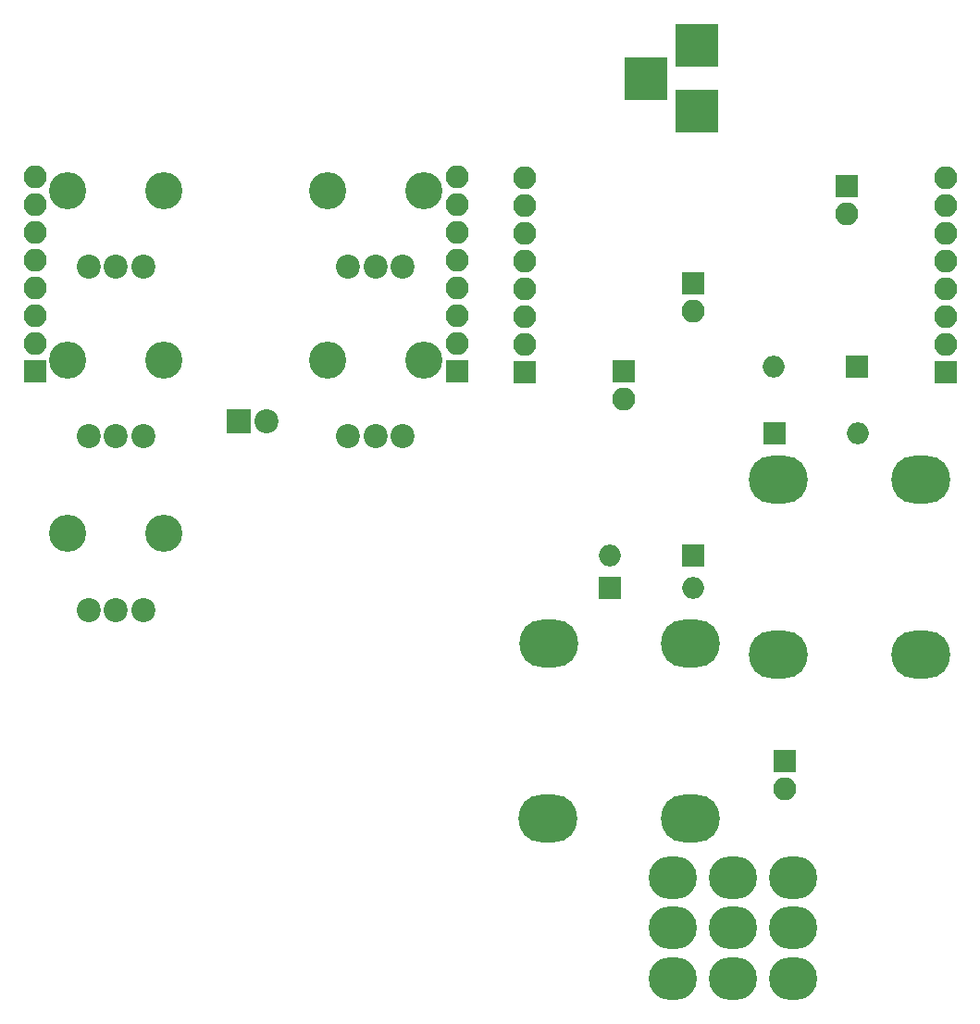
<source format=gbr>
G04 #@! TF.FileFunction,Soldermask,Bot*
%FSLAX46Y46*%
G04 Gerber Fmt 4.6, Leading zero omitted, Abs format (unit mm)*
G04 Created by KiCad (PCBNEW 4.0.7) date 02/24/18 21:29:38*
%MOMM*%
%LPD*%
G01*
G04 APERTURE LIST*
%ADD10C,0.100000*%
%ADD11C,2.200000*%
%ADD12C,3.400000*%
%ADD13O,5.400000X4.400000*%
%ADD14O,4.400000X3.900000*%
%ADD15R,2.100000X2.100000*%
%ADD16O,2.100000X2.100000*%
%ADD17R,2.200000X2.200000*%
%ADD18R,2.000000X2.000000*%
%ADD19O,2.000000X2.000000*%
%ADD20R,3.900000X3.900000*%
G04 APERTURE END LIST*
D10*
D11*
X45546000Y-159639000D03*
X48046000Y-159639000D03*
X50546000Y-159639000D03*
D12*
X43646000Y-152639000D03*
X52446000Y-152639000D03*
D13*
X108689000Y-163702000D03*
X108689000Y-147702000D03*
X121689000Y-147702000D03*
X121666000Y-163702000D03*
D14*
X110021000Y-193322000D03*
X104521000Y-193322000D03*
X99021000Y-193322000D03*
X110021000Y-188722000D03*
X104521000Y-188722000D03*
X99021000Y-188722000D03*
X110021000Y-184122000D03*
X104521000Y-184122000D03*
X99021000Y-184122000D03*
D11*
X69295000Y-143764000D03*
X71795000Y-143764000D03*
X74295000Y-143764000D03*
D12*
X67395000Y-136764000D03*
X76195000Y-136764000D03*
D11*
X69295000Y-128270000D03*
X71795000Y-128270000D03*
X74295000Y-128270000D03*
D12*
X67395000Y-121270000D03*
X76195000Y-121270000D03*
D15*
X40640000Y-137795000D03*
D16*
X40640000Y-135255000D03*
X40640000Y-132715000D03*
X40640000Y-130175000D03*
X40640000Y-127635000D03*
X40640000Y-125095000D03*
X40640000Y-122555000D03*
X40640000Y-120015000D03*
D15*
X123952000Y-137922000D03*
D16*
X123952000Y-135382000D03*
X123952000Y-132842000D03*
X123952000Y-130302000D03*
X123952000Y-127762000D03*
X123952000Y-125222000D03*
X123952000Y-122682000D03*
X123952000Y-120142000D03*
D15*
X85471000Y-137922000D03*
D16*
X85471000Y-135382000D03*
X85471000Y-132842000D03*
X85471000Y-130302000D03*
X85471000Y-127762000D03*
X85471000Y-125222000D03*
X85471000Y-122682000D03*
X85471000Y-120142000D03*
D13*
X100607000Y-162688000D03*
X100607000Y-178688000D03*
X87607000Y-178688000D03*
X87630000Y-162688000D03*
D17*
X59309000Y-142367000D03*
D11*
X61849000Y-142367000D03*
X45546000Y-143764000D03*
X48046000Y-143764000D03*
X50546000Y-143764000D03*
D12*
X43646000Y-136764000D03*
X52446000Y-136764000D03*
D15*
X79248000Y-137795000D03*
D16*
X79248000Y-135255000D03*
X79248000Y-132715000D03*
X79248000Y-130175000D03*
X79248000Y-127635000D03*
X79248000Y-125095000D03*
X79248000Y-122555000D03*
X79248000Y-120015000D03*
D11*
X45546000Y-128270000D03*
X48046000Y-128270000D03*
X50546000Y-128270000D03*
D12*
X43646000Y-121270000D03*
X52446000Y-121270000D03*
D15*
X109220000Y-173482000D03*
D16*
X109220000Y-176022000D03*
D15*
X100838000Y-129794000D03*
D16*
X100838000Y-132334000D03*
D15*
X94488000Y-137795000D03*
D16*
X94488000Y-140335000D03*
D15*
X114935000Y-120904000D03*
D16*
X114935000Y-123444000D03*
D18*
X108331000Y-143510000D03*
D19*
X115951000Y-143510000D03*
D18*
X115824000Y-137414000D03*
D19*
X108204000Y-137414000D03*
D18*
X93218000Y-157607000D03*
D19*
X100838000Y-157607000D03*
D18*
X100838000Y-154686000D03*
D19*
X93218000Y-154686000D03*
D20*
X101219000Y-114046000D03*
X101219000Y-108046000D03*
X96519000Y-111046000D03*
M02*

</source>
